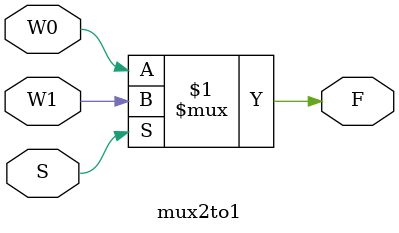
<source format=v>
module mux2to1(F, W0, W1, S);
	
	input W0, W1, S;
	output F;
	
	assign F = S ? W1 : W0;
endmodule

</source>
